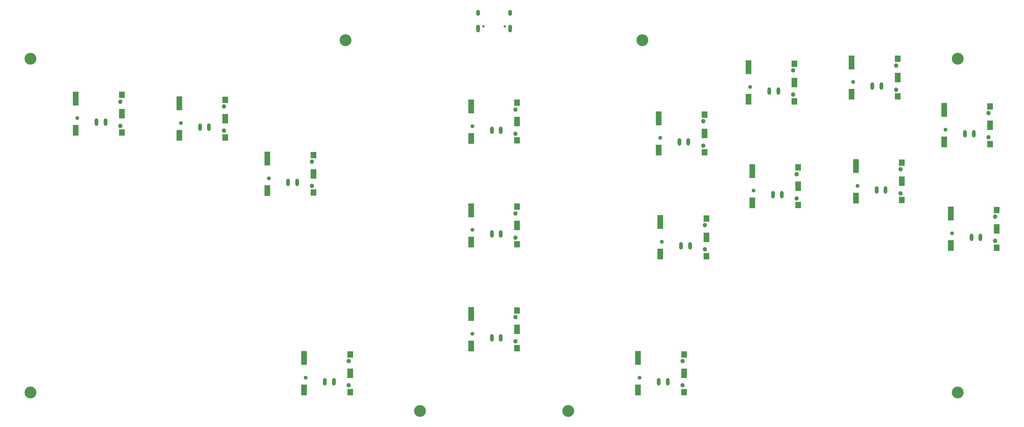
<source format=gbs>
%TF.GenerationSoftware,KiCad,Pcbnew,8.0.8*%
%TF.CreationDate,2025-07-12T18:43:26-05:00*%
%TF.ProjectId,nanosplit,6e616e6f-7370-46c6-9974-2e6b69636164,rev?*%
%TF.SameCoordinates,Original*%
%TF.FileFunction,Soldermask,Bot*%
%TF.FilePolarity,Negative*%
%FSLAX46Y46*%
G04 Gerber Fmt 4.6, Leading zero omitted, Abs format (unit mm)*
G04 Created by KiCad (PCBNEW 8.0.8) date 2025-07-12 18:43:26*
%MOMM*%
%LPD*%
G01*
G04 APERTURE LIST*
G04 Aperture macros list*
%AMRoundRect*
0 Rectangle with rounded corners*
0 $1 Rounding radius*
0 $2 $3 $4 $5 $6 $7 $8 $9 X,Y pos of 4 corners*
0 Add a 4 corners polygon primitive as box body*
4,1,4,$2,$3,$4,$5,$6,$7,$8,$9,$2,$3,0*
0 Add four circle primitives for the rounded corners*
1,1,$1+$1,$2,$3*
1,1,$1+$1,$4,$5*
1,1,$1+$1,$6,$7*
1,1,$1+$1,$8,$9*
0 Add four rect primitives between the rounded corners*
20,1,$1+$1,$2,$3,$4,$5,0*
20,1,$1+$1,$4,$5,$6,$7,0*
20,1,$1+$1,$6,$7,$8,$9,0*
20,1,$1+$1,$8,$9,$2,$3,0*%
G04 Aperture macros list end*
%ADD10C,1.050000*%
%ADD11C,1.200000*%
%ADD12RoundRect,0.500000X-0.000010X-0.500000X0.000010X-0.500000X0.000010X0.500000X-0.000010X0.500000X0*%
%ADD13R,1.600000X3.800000*%
%ADD14R,1.600000X3.000000*%
%ADD15R,1.600000X1.800000*%
%ADD16R,1.600000X2.600000*%
%ADD17C,3.200000*%
%ADD18C,0.650000*%
%ADD19O,1.000000X2.100000*%
%ADD20O,1.000000X1.600000*%
G04 APERTURE END LIST*
D10*
%TO.C,SW7*%
X209200000Y-138200000D03*
D11*
X220800000Y-133740000D03*
X220800000Y-140260000D03*
D12*
X214400000Y-139300000D03*
X216800000Y-139300000D03*
D13*
X208800000Y-132900000D03*
D14*
X208800000Y-141500000D03*
D15*
X221200000Y-131925000D03*
D16*
X221200000Y-137000000D03*
D15*
X221200000Y-142075000D03*
%TD*%
D17*
%TO.C,M3*%
X235000000Y-187000000D03*
%TD*%
D10*
%TO.C,SW10*%
X283990000Y-99650000D03*
D11*
X295590000Y-95190000D03*
X295590000Y-101710000D03*
D12*
X289190000Y-100750000D03*
X291590000Y-100750000D03*
D13*
X283590000Y-94350000D03*
D14*
X283590000Y-102950000D03*
D15*
X295990000Y-93375000D03*
D16*
X295990000Y-98450000D03*
D15*
X295990000Y-103525000D03*
%TD*%
D10*
%TO.C,SW13*%
X260220000Y-141390000D03*
D11*
X271820000Y-136930000D03*
X271820000Y-143450000D03*
D12*
X265420000Y-142490000D03*
X267820000Y-142490000D03*
D13*
X259820000Y-136090000D03*
D14*
X259820000Y-144690000D03*
D15*
X272220000Y-135115000D03*
D16*
X272220000Y-140190000D03*
D15*
X272220000Y-145265000D03*
%TD*%
D10*
%TO.C,SW2*%
X130570000Y-109370000D03*
D11*
X142170000Y-104910000D03*
X142170000Y-111430000D03*
D12*
X135770000Y-110470000D03*
X138170000Y-110470000D03*
D13*
X130170000Y-104070000D03*
D14*
X130170000Y-112670000D03*
D15*
X142570000Y-103095000D03*
D16*
X142570000Y-108170000D03*
D15*
X142570000Y-113245000D03*
%TD*%
D10*
%TO.C,SW15*%
X312930000Y-126290000D03*
D11*
X324530000Y-121830000D03*
X324530000Y-128350000D03*
D12*
X318130000Y-127390000D03*
X320530000Y-127390000D03*
D13*
X312530000Y-120990000D03*
D14*
X312530000Y-129590000D03*
D15*
X324930000Y-120015000D03*
D16*
X324930000Y-125090000D03*
D15*
X324930000Y-130165000D03*
%TD*%
D17*
%TO.C,M3*%
X175000000Y-87000000D03*
%TD*%
D10*
%TO.C,SW11*%
X311770000Y-98310000D03*
D11*
X323370000Y-93850000D03*
X323370000Y-100370000D03*
D12*
X316970000Y-99410000D03*
X319370000Y-99410000D03*
D13*
X311370000Y-93010000D03*
D14*
X311370000Y-101610000D03*
D15*
X323770000Y-92035000D03*
D16*
X323770000Y-97110000D03*
D15*
X323770000Y-102185000D03*
%TD*%
D10*
%TO.C,SW9*%
X259760000Y-113380000D03*
D11*
X271360000Y-108920000D03*
X271360000Y-115440000D03*
D12*
X264960000Y-114480000D03*
X267360000Y-114480000D03*
D13*
X259360000Y-108080000D03*
D14*
X259360000Y-116680000D03*
D15*
X271760000Y-107105000D03*
D16*
X271760000Y-112180000D03*
D15*
X271760000Y-117255000D03*
%TD*%
D17*
%TO.C,M3*%
X90000000Y-182000000D03*
%TD*%
%TO.C,M3*%
X340000000Y-182000000D03*
%TD*%
D10*
%TO.C,SW3*%
X154290000Y-124260000D03*
D11*
X165890000Y-119800000D03*
X165890000Y-126320000D03*
D12*
X159490000Y-125360000D03*
X161890000Y-125360000D03*
D13*
X153890000Y-118960000D03*
D14*
X153890000Y-127560000D03*
D15*
X166290000Y-117985000D03*
D16*
X166290000Y-123060000D03*
D15*
X166290000Y-128135000D03*
%TD*%
D10*
%TO.C,SW4*%
X164200000Y-178040000D03*
D11*
X175800000Y-173580000D03*
X175800000Y-180100000D03*
D12*
X169400000Y-179140000D03*
X171800000Y-179140000D03*
D13*
X163800000Y-172740000D03*
D14*
X163800000Y-181340000D03*
D15*
X176200000Y-171765000D03*
D16*
X176200000Y-176840000D03*
D15*
X176200000Y-181915000D03*
%TD*%
D17*
%TO.C,M3*%
X255000000Y-87000000D03*
%TD*%
D18*
%TO.C,USB1*%
X217890000Y-83337500D03*
X212110000Y-83337500D03*
D19*
X219320000Y-83867500D03*
D20*
X219320000Y-79687500D03*
D19*
X210680000Y-83867500D03*
D20*
X210680000Y-79687500D03*
%TD*%
D10*
%TO.C,SW16*%
X338480000Y-139100000D03*
D11*
X350080000Y-134640000D03*
X350080000Y-141160000D03*
D12*
X343680000Y-140200000D03*
X346080000Y-140200000D03*
D13*
X338080000Y-133800000D03*
D14*
X338080000Y-142400000D03*
D15*
X350480000Y-132825000D03*
D16*
X350480000Y-137900000D03*
D15*
X350480000Y-142975000D03*
%TD*%
D10*
%TO.C,SW6*%
X209200000Y-110200000D03*
D11*
X220800000Y-105740000D03*
X220800000Y-112260000D03*
D12*
X214400000Y-111300000D03*
X216800000Y-111300000D03*
D13*
X208800000Y-104900000D03*
D14*
X208800000Y-113500000D03*
D15*
X221200000Y-103925000D03*
D16*
X221200000Y-109000000D03*
D15*
X221200000Y-114075000D03*
%TD*%
D10*
%TO.C,SW8*%
X209200000Y-166200000D03*
D11*
X220800000Y-161740000D03*
X220800000Y-168260000D03*
D12*
X214400000Y-167300000D03*
X216800000Y-167300000D03*
D13*
X208800000Y-160900000D03*
D14*
X208800000Y-169500000D03*
D15*
X221200000Y-159925000D03*
D16*
X221200000Y-165000000D03*
D15*
X221200000Y-170075000D03*
%TD*%
D10*
%TO.C,SW5*%
X254200000Y-178040000D03*
D11*
X265800000Y-173580000D03*
X265800000Y-180100000D03*
D12*
X259400000Y-179140000D03*
X261800000Y-179140000D03*
D13*
X253800000Y-172740000D03*
D14*
X253800000Y-181340000D03*
D15*
X266200000Y-171765000D03*
D16*
X266200000Y-176840000D03*
D15*
X266200000Y-181915000D03*
%TD*%
D10*
%TO.C,SW1*%
X102660000Y-108060000D03*
D11*
X114260000Y-103600000D03*
X114260000Y-110120000D03*
D12*
X107860000Y-109160000D03*
X110260000Y-109160000D03*
D13*
X102260000Y-102760000D03*
D14*
X102260000Y-111360000D03*
D15*
X114660000Y-101785000D03*
D16*
X114660000Y-106860000D03*
D15*
X114660000Y-111935000D03*
%TD*%
D17*
%TO.C,M3*%
X90000000Y-92000000D03*
%TD*%
D10*
%TO.C,SW12*%
X336700000Y-111160000D03*
D11*
X348300000Y-106700000D03*
X348300000Y-113220000D03*
D12*
X341900000Y-112260000D03*
X344300000Y-112260000D03*
D13*
X336300000Y-105860000D03*
D14*
X336300000Y-114460000D03*
D15*
X348700000Y-104885000D03*
D16*
X348700000Y-109960000D03*
D15*
X348700000Y-115035000D03*
%TD*%
D17*
%TO.C,M3*%
X340000000Y-92000000D03*
%TD*%
%TO.C,M3*%
X195000000Y-187000000D03*
%TD*%
D10*
%TO.C,SW14*%
X284970000Y-127620000D03*
D11*
X296570000Y-123160000D03*
X296570000Y-129680000D03*
D12*
X290170000Y-128720000D03*
X292570000Y-128720000D03*
D13*
X284570000Y-122320000D03*
D14*
X284570000Y-130920000D03*
D15*
X296970000Y-121345000D03*
D16*
X296970000Y-126420000D03*
D15*
X296970000Y-131495000D03*
%TD*%
M02*

</source>
